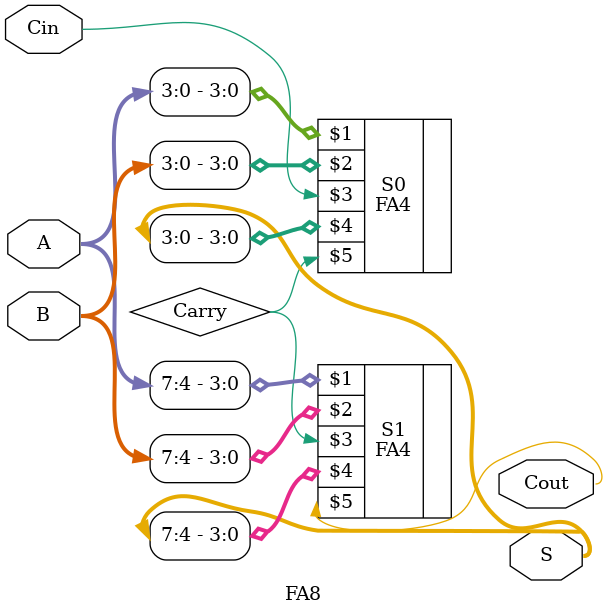
<source format=v>
module FA8(A, B, Cin, S, Cout);
input [7:0] A, B;
input Cin;
output [7:0] S;
output Cout;
wire [7:0] A, B;
wire [7:0] S;
wire Carry;
FA4 S0 (A[3:0], B[3:0], Cin, S[3:0], Carry);
FA4 S1 (A[7:4], B[7:4], Carry, S[7:4], Cout);
endmodule

</source>
